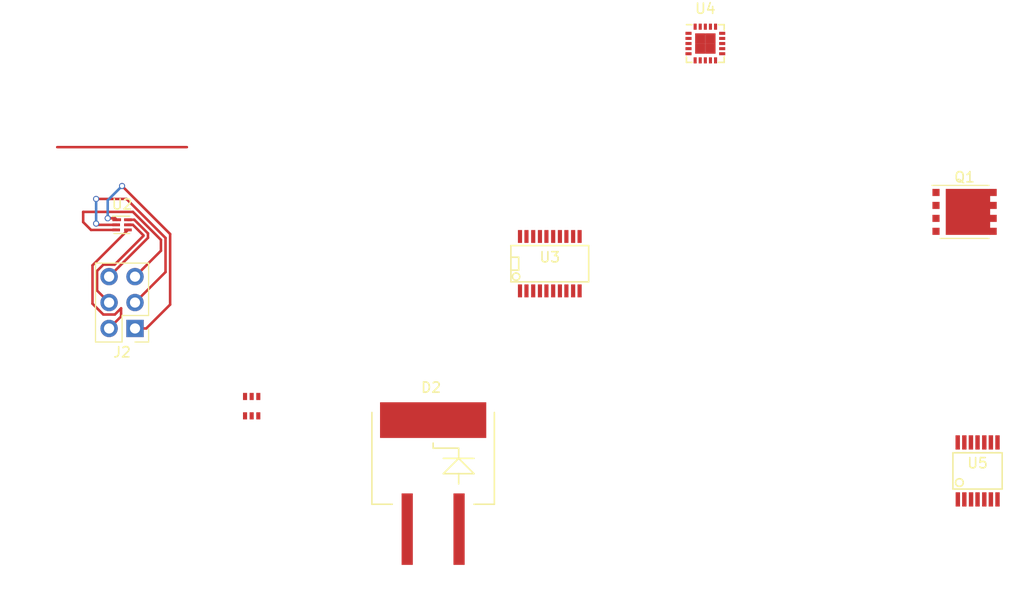
<source format=kicad_pcb>
(kicad_pcb (version 4) (host pcbnew 4.0.7)

  (general
    (links 15)
    (no_connects 10)
    (area 0 0 0 0)
    (thickness 1.6)
    (drawings 0)
    (tracks 47)
    (zones 0)
    (modules 8)
    (nets 74)
  )

  (page A4)
  (layers
    (0 F.Cu signal)
    (31 B.Cu signal)
    (32 B.Adhes user)
    (33 F.Adhes user)
    (34 B.Paste user)
    (35 F.Paste user)
    (36 B.SilkS user)
    (37 F.SilkS user)
    (38 B.Mask user)
    (39 F.Mask user)
    (40 Dwgs.User user)
    (41 Cmts.User user)
    (42 Eco1.User user)
    (43 Eco2.User user)
    (44 Edge.Cuts user)
    (45 Margin user)
    (46 B.CrtYd user)
    (47 F.CrtYd user)
    (48 B.Fab user)
    (49 F.Fab user)
  )

  (setup
    (last_trace_width 0.25)
    (trace_clearance 0.2)
    (zone_clearance 0.508)
    (zone_45_only no)
    (trace_min 0.2)
    (segment_width 0.2)
    (edge_width 0.15)
    (via_size 0.6)
    (via_drill 0.4)
    (via_min_size 0.4)
    (via_min_drill 0.3)
    (uvia_size 0.3)
    (uvia_drill 0.1)
    (uvias_allowed no)
    (uvia_min_size 0.2)
    (uvia_min_drill 0.1)
    (pcb_text_width 0.3)
    (pcb_text_size 1.5 1.5)
    (mod_edge_width 0.15)
    (mod_text_size 1 1)
    (mod_text_width 0.15)
    (pad_size 1.7 1.7)
    (pad_drill 1)
    (pad_to_mask_clearance 0.2)
    (aux_axis_origin 0 0)
    (visible_elements FFFFFF7F)
    (pcbplotparams
      (layerselection 0x00030_80000001)
      (usegerberextensions false)
      (excludeedgelayer true)
      (linewidth 0.100000)
      (plotframeref false)
      (viasonmask false)
      (mode 1)
      (useauxorigin false)
      (hpglpennumber 1)
      (hpglpenspeed 20)
      (hpglpendiameter 15)
      (hpglpenoverlay 2)
      (psnegative false)
      (psa4output false)
      (plotreference true)
      (plotvalue true)
      (plotinvisibletext false)
      (padsonsilk false)
      (subtractmaskfromsilk false)
      (outputformat 1)
      (mirror false)
      (drillshape 1)
      (scaleselection 1)
      (outputdirectory ""))
  )

  (net 0 "")
  (net 1 "Net-(D2-Pad2)")
  (net 2 "Net-(D2-Pad1)")
  (net 3 "Net-(D2-Pad3)")
  (net 4 "Net-(Q1-Pad3)")
  (net 5 "Net-(Q1-Pad1)")
  (net 6 "Net-(Q1-Pad2)")
  (net 7 "Net-(U1-Pad1)")
  (net 8 "Net-(U1-Pad2)")
  (net 9 "Net-(U1-Pad3)")
  (net 10 "Net-(U1-Pad4)")
  (net 11 "Net-(U1-Pad6)")
  (net 12 "Net-(U1-Pad5)")
  (net 13 "Net-(U3-Pad1)")
  (net 14 "Net-(U3-Pad2)")
  (net 15 "Net-(U3-Pad3)")
  (net 16 "Net-(U3-Pad4)")
  (net 17 "Net-(U3-Pad5)")
  (net 18 "Net-(U3-Pad6)")
  (net 19 "Net-(U3-Pad7)")
  (net 20 "Net-(U3-Pad8)")
  (net 21 "Net-(U3-Pad9)")
  (net 22 "Net-(U3-Pad10)")
  (net 23 "Net-(U3-Pad11)")
  (net 24 "Net-(U3-Pad12)")
  (net 25 "Net-(U3-Pad13)")
  (net 26 "Net-(U3-Pad14)")
  (net 27 "Net-(U3-Pad15)")
  (net 28 "Net-(U3-Pad16)")
  (net 29 "Net-(U3-Pad17)")
  (net 30 "Net-(U3-Pad18)")
  (net 31 "Net-(U3-Pad19)")
  (net 32 "Net-(U3-Pad20)")
  (net 33 "Net-(U4-Pad1)")
  (net 34 "Net-(U4-Pad2)")
  (net 35 "Net-(U4-Pad3)")
  (net 36 "Net-(U4-Pad4)")
  (net 37 "Net-(U4-Pad5)")
  (net 38 "Net-(U4-Pad6)")
  (net 39 "Net-(U4-Pad7)")
  (net 40 "Net-(U4-Pad8)")
  (net 41 "Net-(U4-Pad9)")
  (net 42 "Net-(U4-Pad10)")
  (net 43 "Net-(U4-Pad11)")
  (net 44 "Net-(U4-Pad12)")
  (net 45 "Net-(U4-Pad13)")
  (net 46 "Net-(U4-Pad14)")
  (net 47 "Net-(U4-Pad15)")
  (net 48 "Net-(U4-Pad16)")
  (net 49 "Net-(U4-Pad17)")
  (net 50 "Net-(U4-Pad18)")
  (net 51 "Net-(U4-Pad19)")
  (net 52 "Net-(U4-Pad20)")
  (net 53 "Net-(U4-Pad21)")
  (net 54 "Net-(U5-Pad1)")
  (net 55 "Net-(U5-Pad2)")
  (net 56 "Net-(U5-Pad3)")
  (net 57 "Net-(U5-Pad4)")
  (net 58 "Net-(U5-Pad5)")
  (net 59 "Net-(U5-Pad6)")
  (net 60 "Net-(U5-Pad7)")
  (net 61 "Net-(U5-Pad8)")
  (net 62 "Net-(U5-Pad9)")
  (net 63 "Net-(U5-Pad10)")
  (net 64 "Net-(U5-Pad11)")
  (net 65 "Net-(U5-Pad12)")
  (net 66 "Net-(U5-Pad13)")
  (net 67 "Net-(U5-Pad14)")
  (net 68 "Net-(J2-Pad1)")
  (net 69 "Net-(J2-Pad2)")
  (net 70 "Net-(J2-Pad3)")
  (net 71 "Net-(J2-Pad4)")
  (net 72 "Net-(J2-Pad5)")
  (net 73 "Net-(J2-Pad6)")

  (net_class Default "This is the default net class."
    (clearance 0.2)
    (trace_width 0.25)
    (via_dia 0.6)
    (via_drill 0.4)
    (uvia_dia 0.3)
    (uvia_drill 0.1)
    (add_net "Net-(D2-Pad1)")
    (add_net "Net-(D2-Pad2)")
    (add_net "Net-(D2-Pad3)")
    (add_net "Net-(J2-Pad1)")
    (add_net "Net-(J2-Pad2)")
    (add_net "Net-(J2-Pad3)")
    (add_net "Net-(J2-Pad4)")
    (add_net "Net-(J2-Pad5)")
    (add_net "Net-(J2-Pad6)")
    (add_net "Net-(Q1-Pad1)")
    (add_net "Net-(Q1-Pad2)")
    (add_net "Net-(Q1-Pad3)")
    (add_net "Net-(U1-Pad1)")
    (add_net "Net-(U1-Pad2)")
    (add_net "Net-(U1-Pad3)")
    (add_net "Net-(U1-Pad4)")
    (add_net "Net-(U1-Pad5)")
    (add_net "Net-(U1-Pad6)")
    (add_net "Net-(U3-Pad1)")
    (add_net "Net-(U3-Pad10)")
    (add_net "Net-(U3-Pad11)")
    (add_net "Net-(U3-Pad12)")
    (add_net "Net-(U3-Pad13)")
    (add_net "Net-(U3-Pad14)")
    (add_net "Net-(U3-Pad15)")
    (add_net "Net-(U3-Pad16)")
    (add_net "Net-(U3-Pad17)")
    (add_net "Net-(U3-Pad18)")
    (add_net "Net-(U3-Pad19)")
    (add_net "Net-(U3-Pad2)")
    (add_net "Net-(U3-Pad20)")
    (add_net "Net-(U3-Pad3)")
    (add_net "Net-(U3-Pad4)")
    (add_net "Net-(U3-Pad5)")
    (add_net "Net-(U3-Pad6)")
    (add_net "Net-(U3-Pad7)")
    (add_net "Net-(U3-Pad8)")
    (add_net "Net-(U3-Pad9)")
    (add_net "Net-(U4-Pad1)")
    (add_net "Net-(U4-Pad10)")
    (add_net "Net-(U4-Pad11)")
    (add_net "Net-(U4-Pad12)")
    (add_net "Net-(U4-Pad13)")
    (add_net "Net-(U4-Pad14)")
    (add_net "Net-(U4-Pad15)")
    (add_net "Net-(U4-Pad16)")
    (add_net "Net-(U4-Pad17)")
    (add_net "Net-(U4-Pad18)")
    (add_net "Net-(U4-Pad19)")
    (add_net "Net-(U4-Pad2)")
    (add_net "Net-(U4-Pad20)")
    (add_net "Net-(U4-Pad21)")
    (add_net "Net-(U4-Pad3)")
    (add_net "Net-(U4-Pad4)")
    (add_net "Net-(U4-Pad5)")
    (add_net "Net-(U4-Pad6)")
    (add_net "Net-(U4-Pad7)")
    (add_net "Net-(U4-Pad8)")
    (add_net "Net-(U4-Pad9)")
    (add_net "Net-(U5-Pad1)")
    (add_net "Net-(U5-Pad10)")
    (add_net "Net-(U5-Pad11)")
    (add_net "Net-(U5-Pad12)")
    (add_net "Net-(U5-Pad13)")
    (add_net "Net-(U5-Pad14)")
    (add_net "Net-(U5-Pad2)")
    (add_net "Net-(U5-Pad3)")
    (add_net "Net-(U5-Pad4)")
    (add_net "Net-(U5-Pad5)")
    (add_net "Net-(U5-Pad6)")
    (add_net "Net-(U5-Pad7)")
    (add_net "Net-(U5-Pad8)")
    (add_net "Net-(U5-Pad9)")
  )

  (module Pin_Headers:Pin_Header_Straight_2x03_Pitch2.54mm (layer F.Cu) (tedit 5A638C91) (tstamp 5A638C60)
    (at 31.75 54.61 180)
    (descr "Through hole straight pin header, 2x03, 2.54mm pitch, double rows")
    (tags "Through hole pin header THT 2x03 2.54mm double row")
    (path /5A638C97)
    (fp_text reference J2 (at 1.27 -2.33 180) (layer F.SilkS)
      (effects (font (size 1 1) (thickness 0.15)))
    )
    (fp_text value Conn_02x03_Counter_Clockwise (at 1.27 7.41 180) (layer F.Fab)
      (effects (font (size 1 1) (thickness 0.15)))
    )
    (fp_line (start 0 -1.27) (end 3.81 -1.27) (layer F.Fab) (width 0.1))
    (fp_line (start 3.81 -1.27) (end 3.81 6.35) (layer F.Fab) (width 0.1))
    (fp_line (start 3.81 6.35) (end -1.27 6.35) (layer F.Fab) (width 0.1))
    (fp_line (start -1.27 6.35) (end -1.27 0) (layer F.Fab) (width 0.1))
    (fp_line (start -1.27 0) (end 0 -1.27) (layer F.Fab) (width 0.1))
    (fp_line (start -1.33 6.41) (end 3.87 6.41) (layer F.SilkS) (width 0.12))
    (fp_line (start -1.33 1.27) (end -1.33 6.41) (layer F.SilkS) (width 0.12))
    (fp_line (start 3.87 -1.33) (end 3.87 6.41) (layer F.SilkS) (width 0.12))
    (fp_line (start -1.33 1.27) (end 1.27 1.27) (layer F.SilkS) (width 0.12))
    (fp_line (start 1.27 1.27) (end 1.27 -1.33) (layer F.SilkS) (width 0.12))
    (fp_line (start 1.27 -1.33) (end 3.87 -1.33) (layer F.SilkS) (width 0.12))
    (fp_line (start -1.33 0) (end -1.33 -1.33) (layer F.SilkS) (width 0.12))
    (fp_line (start -1.33 -1.33) (end 0 -1.33) (layer F.SilkS) (width 0.12))
    (fp_line (start -1.8 -1.8) (end -1.8 6.85) (layer F.CrtYd) (width 0.05))
    (fp_line (start -1.8 6.85) (end 4.35 6.85) (layer F.CrtYd) (width 0.05))
    (fp_line (start 4.35 6.85) (end 4.35 -1.8) (layer F.CrtYd) (width 0.05))
    (fp_line (start 4.35 -1.8) (end -1.8 -1.8) (layer F.CrtYd) (width 0.05))
    (fp_text user %R (at 1.27 2.54 270) (layer F.Fab)
      (effects (font (size 1 1) (thickness 0.15)))
    )
    (pad 1 thru_hole rect (at 0 0 180) (size 1.7 1.7) (drill 1) (layers *.Cu *.Mask)
      (net 68 "Net-(J2-Pad1)"))
    (pad 4 thru_hole oval (at 2.54 0 180) (size 1.7 1.7) (drill 1) (layers *.Cu *.Mask)
      (net 71 "Net-(J2-Pad4)"))
    (pad 2 thru_hole oval (at 0 2.54 180) (size 1.7 1.7) (drill 1) (layers *.Cu *.Mask)
      (net 69 "Net-(J2-Pad2)"))
    (pad 5 thru_hole oval (at 2.54 2.54 180) (size 1.7 1.7) (drill 1) (layers *.Cu *.Mask)
      (net 72 "Net-(J2-Pad5)"))
    (pad 3 thru_hole oval (at 0 5.08 180) (size 1.7 1.7) (drill 1) (layers *.Cu *.Mask)
      (net 70 "Net-(J2-Pad3)"))
    (pad 6 thru_hole oval (at 2.54 5.08 180) (size 1.7 1.7) (drill 1) (layers *.Cu *.Mask)
      (net 73 "Net-(J2-Pad6)"))
    (model ${KISYS3DMOD}/Pin_Headers.3dshapes/Pin_Header_Straight_2x03_Pitch2.54mm.wrl
      (at (xyz 0 0 0))
      (scale (xyz 1 1 1))
      (rotate (xyz 0 0 0))
    )
  )

  (module Diodes_SMD:DD-PAK_TO263_SingleDiode (layer F.Cu) (tedit 0) (tstamp 5A637C83)
    (at 60.96 69.85)
    (descr "DD-PAK, TO263, Single Diode,")
    (tags "DD-PAK TO263 Single Diode ")
    (path /5A629DEF)
    (attr smd)
    (fp_text reference D2 (at -0.20066 -9.4488) (layer F.SilkS)
      (effects (font (size 1 1) (thickness 0.15)))
    )
    (fp_text value SM74611 (at 0.50038 9.75106) (layer F.Fab)
      (effects (font (size 1 1) (thickness 0.15)))
    )
    (fp_line (start -6.25 -8.25) (end 6.25 -8.25) (layer F.CrtYd) (width 0.05))
    (fp_line (start 6.25 -8.25) (end 6.25 8.2) (layer F.CrtYd) (width 0.05))
    (fp_line (start 6.25 8.2) (end -6.25 8.2) (layer F.CrtYd) (width 0.05))
    (fp_line (start -6.25 8.2) (end -6.25 -8.25) (layer F.CrtYd) (width 0.05))
    (fp_line (start 2.49936 -1.00076) (end 2.49936 0) (layer F.SilkS) (width 0.15))
    (fp_line (start 2.49936 -2.49936) (end 2.49936 -3.50012) (layer F.SilkS) (width 0.15))
    (fp_line (start 2.49936 -3.50012) (end 0 -3.50012) (layer F.SilkS) (width 0.15))
    (fp_line (start 0 -3.50012) (end 0 -4.0005) (layer F.SilkS) (width 0.15))
    (fp_line (start 1.00076 -2.49936) (end 4.0005 -2.49936) (layer F.SilkS) (width 0.15))
    (fp_line (start 4.0005 -1.00076) (end 2.49936 -2.49936) (layer F.SilkS) (width 0.15))
    (fp_line (start 2.49936 -2.49936) (end 1.00076 -1.00076) (layer F.SilkS) (width 0.15))
    (fp_line (start 1.00076 -1.00076) (end 4.0005 -1.00076) (layer F.SilkS) (width 0.15))
    (fp_line (start 4.0005 1.99898) (end 5.99948 1.99898) (layer F.SilkS) (width 0.15))
    (fp_line (start 5.99948 1.99898) (end 5.99948 -7.00024) (layer F.SilkS) (width 0.15))
    (fp_line (start -5.99948 -7.00024) (end -5.99948 1.99898) (layer F.SilkS) (width 0.15))
    (fp_line (start -5.99948 1.99898) (end -4.0005 1.99898) (layer F.SilkS) (width 0.15))
    (pad 2 smd rect (at 0 -6.25094) (size 10.40892 3.50012) (layers F.Cu F.Paste F.Mask)
      (net 1 "Net-(D2-Pad2)"))
    (pad 1 smd rect (at -2.54 4.43992) (size 1.09982 7.0104) (layers F.Cu F.Paste F.Mask)
      (net 2 "Net-(D2-Pad1)"))
    (pad 3 smd rect (at 2.54 4.43992) (size 1.09982 7.0104) (layers F.Cu F.Paste F.Mask)
      (net 3 "Net-(D2-Pad3)"))
    (pad ~ smd oval (at 0 -1.50114) (size 5.00126 1.99898) (layers F.Adhes))
    (model Diodes_SMD.3dshapes/DD-PAK_TO263_SingleDiode.wrl
      (at (xyz 0 0.075 0))
      (scale (xyz 0.3937 0.3937 0.3937))
      (rotate (xyz 0 0 0))
    )
  )

  (module Housings_SON:VSONP-8-1EP_5x6_Pitch1.27mm (layer F.Cu) (tedit 599B8271) (tstamp 5A637CA0)
    (at 113.03 43.18)
    (descr "SON, 8-Leads, Body 5x6x1mm, Pitch 1.27mm; (see Texas Instruments CSD18531Q5A http://www.ti.com/lit/ds/symlink/csd18531q5a.pdf)")
    (tags "VSONP 1.27")
    (path /5A629F5C)
    (attr smd)
    (fp_text reference Q1 (at 0 -3.4) (layer F.SilkS)
      (effects (font (size 1 1) (thickness 0.15)))
    )
    (fp_text value BSC026NE2LS5 (at 0 3.4) (layer F.Fab)
      (effects (font (size 1 1) (thickness 0.15)))
    )
    (fp_text user %R (at 0 0) (layer F.Fab)
      (effects (font (size 1 1) (thickness 0.15)))
    )
    (fp_line (start 3.4 -2.7) (end 3.4 2.7) (layer F.CrtYd) (width 0.05))
    (fp_line (start 3.4 2.7) (end -3.4 2.7) (layer F.CrtYd) (width 0.05))
    (fp_line (start -3.4 2.7) (end -3.4 -2.7) (layer F.CrtYd) (width 0.05))
    (fp_line (start -3.4 -2.7) (end 3.4 -2.7) (layer F.CrtYd) (width 0.05))
    (fp_line (start 2.4 2.6) (end -2.4 2.6) (layer F.SilkS) (width 0.12))
    (fp_line (start 2.4 -2.6) (end -3.2 -2.6) (layer F.SilkS) (width 0.12))
    (fp_line (start -2 -2.45) (end 3 -2.45) (layer F.Fab) (width 0.1))
    (fp_line (start -3 -1.45) (end -3 2.45) (layer F.Fab) (width 0.1))
    (fp_line (start -2 -2.45) (end -3 -1.45) (layer F.Fab) (width 0.1))
    (fp_line (start 3 -2.45) (end 3 2.45) (layer F.Fab) (width 0.1))
    (fp_line (start 3 2.45) (end -3 2.45) (layer F.Fab) (width 0.1))
    (pad "" smd rect (at -0.7975 -1.095) (size 1.235 1.57) (layers F.Paste))
    (pad "" smd rect (at -0.7975 1.095) (size 1.235 1.57) (layers F.Paste))
    (pad "" smd rect (at 1.1125 -1.095) (size 1.585 1.57) (layers F.Paste))
    (pad "" smd rect (at 1.1125 1.095) (size 1.585 1.57) (layers F.Paste))
    (pad 3 smd rect (at 0.33 0) (size 4.35 4.51) (layers F.Cu F.Mask)
      (net 4 "Net-(Q1-Pad3)") (solder_paste_margin_ratio -0.5))
    (pad 1 smd rect (at -2.8 0.635) (size 0.7 0.7) (layers F.Cu F.Paste F.Mask)
      (net 5 "Net-(Q1-Pad1)") (solder_paste_margin_ratio -0.15))
    (pad 1 smd rect (at -2.8 -0.635) (size 0.7 0.7) (layers F.Cu F.Paste F.Mask)
      (net 5 "Net-(Q1-Pad1)") (solder_paste_margin_ratio -0.15))
    (pad 1 smd rect (at -2.8 -1.905) (size 0.7 0.7) (layers F.Cu F.Paste F.Mask)
      (net 5 "Net-(Q1-Pad1)") (solder_paste_margin_ratio -0.15))
    (pad 2 smd rect (at -2.8 1.905) (size 0.7 0.7) (layers F.Cu F.Paste F.Mask)
      (net 6 "Net-(Q1-Pad2)") (solder_paste_margin_ratio -0.15))
    (pad 3 smd rect (at 2.8 1.905) (size 0.7 0.7) (layers F.Cu F.Paste F.Mask)
      (net 4 "Net-(Q1-Pad3)") (solder_paste_margin_ratio -0.15))
    (pad 3 smd rect (at 2.8 -1.905) (size 0.7 0.7) (layers F.Cu F.Paste F.Mask)
      (net 4 "Net-(Q1-Pad3)") (solder_paste_margin_ratio -0.15))
    (pad 3 smd rect (at 2.8 -0.635) (size 0.7 0.7) (layers F.Cu F.Paste F.Mask)
      (net 4 "Net-(Q1-Pad3)") (solder_paste_margin_ratio -0.15))
    (pad 3 smd rect (at 2.8 0.635) (size 0.7 0.7) (layers F.Cu F.Paste F.Mask)
      (net 4 "Net-(Q1-Pad3)") (solder_paste_margin_ratio -0.15))
    (model ${KISYS3DMOD}/Housings_SON.3dshapes/VSONP-8-1EP_5x6_Pitch1.27mm.wrl
      (at (xyz 0 0 0))
      (scale (xyz 1 1 1))
      (rotate (xyz 0 0 0))
    )
  )

  (module kicad-libraries:SC70-6 (layer F.Cu) (tedit 591DB25A) (tstamp 5A637CAF)
    (at 43.18 62.23)
    (path /5A629C77)
    (fp_text reference U1 (at 0.3 0.2) (layer F.Fab)
      (effects (font (size 0.3 0.3) (thickness 0.075)))
    )
    (fp_text value INA214 (at 0 -0.3) (layer F.Fab)
      (effects (font (size 0.3 0.3) (thickness 0.075)))
    )
    (fp_circle (center -0.7 0.2) (end -0.7 0.3) (layer F.Fab) (width 0.15))
    (fp_line (start -1 -0.6) (end 1 -0.6) (layer F.Fab) (width 0.15))
    (fp_line (start 1 -0.6) (end 1 0.6) (layer F.Fab) (width 0.15))
    (fp_line (start 1 0.6) (end -1 0.6) (layer F.Fab) (width 0.15))
    (fp_line (start -1 0.6) (end -1 -0.6) (layer F.Fab) (width 0.15))
    (pad 1 smd rect (at -0.65 0.95) (size 0.4 0.7) (layers F.Cu F.Paste F.Mask)
      (net 7 "Net-(U1-Pad1)"))
    (pad 2 smd rect (at 0 0.95) (size 0.4 0.7) (layers F.Cu F.Paste F.Mask)
      (net 8 "Net-(U1-Pad2)"))
    (pad 3 smd rect (at 0.65 0.95) (size 0.4 0.7) (layers F.Cu F.Paste F.Mask)
      (net 9 "Net-(U1-Pad3)"))
    (pad 4 smd rect (at 0.65 -0.95) (size 0.4 0.7) (layers F.Cu F.Paste F.Mask)
      (net 10 "Net-(U1-Pad4)"))
    (pad 6 smd rect (at -0.65 -0.95) (size 0.4 0.7) (layers F.Cu F.Paste F.Mask)
      (net 11 "Net-(U1-Pad6)"))
    (pad 5 smd rect (at 0 -0.95) (size 0.4 0.7) (layers F.Cu F.Paste F.Mask)
      (net 12 "Net-(U1-Pad5)"))
    (model Housings_SC/SC-70-6.wrl
      (at (xyz 0 0 0))
      (scale (xyz 1 1 1))
      (rotate (xyz 0 0 0))
    )
  )

  (module Housings_SON:WSON6_1.5x1.5mm_Pitch0.5mm (layer F.Cu) (tedit 59381028) (tstamp 5A637CC5)
    (at 30.48 44.45)
    (descr "WSON6, http://www.ti.com/lit/ds/symlink/tlv702.pdf")
    (tags WSON6_1.5x1.5mm_Pitch0.5mm)
    (path /5A629FB6)
    (attr smd)
    (fp_text reference U2 (at 0 -2) (layer F.SilkS)
      (effects (font (size 1 1) (thickness 0.15)))
    )
    (fp_text value bq297xx (at 0 2) (layer F.Fab)
      (effects (font (size 1 1) (thickness 0.15)))
    )
    (fp_text user %R (at 0.005 0) (layer F.Fab)
      (effects (font (size 0.4 0.4) (thickness 0.05)))
    )
    (fp_line (start -0.945 -0.85) (end 0.755 -0.85) (layer F.SilkS) (width 0.12))
    (fp_line (start -0.795 0.85) (end 0.755 0.85) (layer F.SilkS) (width 0.12))
    (fp_line (start -0.495 -0.78) (end -0.775 -0.5) (layer F.Fab) (width 0.1))
    (fp_line (start 0.785 -0.78) (end -0.495 -0.78) (layer F.Fab) (width 0.1))
    (fp_line (start -0.775 -0.5) (end -0.775 0.78) (layer F.Fab) (width 0.1))
    (fp_line (start -0.775 0.78) (end 0.785 0.78) (layer F.Fab) (width 0.1))
    (fp_line (start 0.785 -0.78) (end 0.785 0.78) (layer F.Fab) (width 0.1))
    (fp_line (start 1.2 -1.02) (end 1.2 1.02) (layer F.CrtYd) (width 0.05))
    (fp_line (start 1.2 -1.02) (end -1.2 -1.02) (layer F.CrtYd) (width 0.05))
    (fp_line (start -1.2 1.02) (end 1.2 1.02) (layer F.CrtYd) (width 0.05))
    (fp_line (start -1.2 1.02) (end -1.2 -1.02) (layer F.CrtYd) (width 0.05))
    (pad 1 smd rect (at -0.525 -0.5 270) (size 0.28 0.85) (layers F.Cu F.Paste F.Mask)
      (net 68 "Net-(J2-Pad1)"))
    (pad 2 smd rect (at -0.575 0 270) (size 0.28 0.75) (layers F.Cu F.Paste F.Mask)
      (net 69 "Net-(J2-Pad2)"))
    (pad 3 smd rect (at -0.575 0.5 270) (size 0.28 0.75) (layers F.Cu F.Paste F.Mask)
      (net 70 "Net-(J2-Pad3)"))
    (pad 4 smd rect (at 0.575 0.5 270) (size 0.28 0.75) (layers F.Cu F.Paste F.Mask)
      (net 71 "Net-(J2-Pad4)"))
    (pad 5 smd rect (at 0.575 0 270) (size 0.28 0.75) (layers F.Cu F.Paste F.Mask)
      (net 72 "Net-(J2-Pad5)"))
    (pad 6 smd rect (at 0.575 -0.5 270) (size 0.28 0.75) (layers F.Cu F.Paste F.Mask)
      (net 73 "Net-(J2-Pad6)"))
    (model ${KISYS3DMOD}/Housings_SON.3dshapes/WSON6_1.5x1.5mm_Pitch0.5mm.wrl
      (at (xyz 0.0001968504 0 0))
      (scale (xyz 1 1 1))
      (rotate (xyz 0 0 0))
    )
  )

  (module SMD_Packages:SSOP-20 (layer F.Cu) (tedit 0) (tstamp 5A637CE5)
    (at 72.39 48.26)
    (descr "SSOP 20 pins")
    (tags "CMS SSOP SMD")
    (path /5A62A020)
    (attr smd)
    (fp_text reference U3 (at 0 -0.635) (layer F.SilkS)
      (effects (font (size 1 1) (thickness 0.15)))
    )
    (fp_text value LM21215 (at 0 0.635) (layer F.Fab)
      (effects (font (size 1 1) (thickness 0.15)))
    )
    (fp_line (start 3.81 -1.778) (end -3.81 -1.778) (layer F.SilkS) (width 0.15))
    (fp_line (start -3.81 1.778) (end 3.81 1.778) (layer F.SilkS) (width 0.15))
    (fp_line (start 3.81 -1.778) (end 3.81 1.778) (layer F.SilkS) (width 0.15))
    (fp_line (start -3.81 1.778) (end -3.81 -1.778) (layer F.SilkS) (width 0.15))
    (fp_circle (center -3.302 1.27) (end -3.556 1.016) (layer F.SilkS) (width 0.15))
    (fp_line (start -3.81 -0.635) (end -3.048 -0.635) (layer F.SilkS) (width 0.15))
    (fp_line (start -3.048 -0.635) (end -3.048 0.635) (layer F.SilkS) (width 0.15))
    (fp_line (start -3.048 0.635) (end -3.81 0.635) (layer F.SilkS) (width 0.15))
    (pad 1 smd rect (at -2.921 2.667) (size 0.4064 1.27) (layers F.Cu F.Paste F.Mask)
      (net 13 "Net-(U3-Pad1)"))
    (pad 2 smd rect (at -2.286 2.667) (size 0.4064 1.27) (layers F.Cu F.Paste F.Mask)
      (net 14 "Net-(U3-Pad2)"))
    (pad 3 smd rect (at -1.6256 2.667) (size 0.4064 1.27) (layers F.Cu F.Paste F.Mask)
      (net 15 "Net-(U3-Pad3)"))
    (pad 4 smd rect (at -0.9652 2.667) (size 0.4064 1.27) (layers F.Cu F.Paste F.Mask)
      (net 16 "Net-(U3-Pad4)"))
    (pad 5 smd rect (at -0.3302 2.667) (size 0.4064 1.27) (layers F.Cu F.Paste F.Mask)
      (net 17 "Net-(U3-Pad5)"))
    (pad 6 smd rect (at 0.3302 2.667) (size 0.4064 1.27) (layers F.Cu F.Paste F.Mask)
      (net 18 "Net-(U3-Pad6)"))
    (pad 7 smd rect (at 0.9906 2.667) (size 0.4064 1.27) (layers F.Cu F.Paste F.Mask)
      (net 19 "Net-(U3-Pad7)"))
    (pad 8 smd rect (at 1.6256 2.667) (size 0.4064 1.27) (layers F.Cu F.Paste F.Mask)
      (net 20 "Net-(U3-Pad8)"))
    (pad 9 smd rect (at 2.286 2.667) (size 0.4064 1.27) (layers F.Cu F.Paste F.Mask)
      (net 21 "Net-(U3-Pad9)"))
    (pad 10 smd rect (at 2.921 2.667) (size 0.4064 1.27) (layers F.Cu F.Paste F.Mask)
      (net 22 "Net-(U3-Pad10)"))
    (pad 11 smd rect (at 2.921 -2.667) (size 0.4064 1.27) (layers F.Cu F.Paste F.Mask)
      (net 23 "Net-(U3-Pad11)"))
    (pad 12 smd rect (at 2.286 -2.667) (size 0.4064 1.27) (layers F.Cu F.Paste F.Mask)
      (net 24 "Net-(U3-Pad12)"))
    (pad 13 smd rect (at 1.6256 -2.667) (size 0.4064 1.27) (layers F.Cu F.Paste F.Mask)
      (net 25 "Net-(U3-Pad13)"))
    (pad 14 smd rect (at 0.9906 -2.667) (size 0.4064 1.27) (layers F.Cu F.Paste F.Mask)
      (net 26 "Net-(U3-Pad14)"))
    (pad 15 smd rect (at 0.3302 -2.667) (size 0.4064 1.27) (layers F.Cu F.Paste F.Mask)
      (net 27 "Net-(U3-Pad15)"))
    (pad 16 smd rect (at -0.3302 -2.667) (size 0.4064 1.27) (layers F.Cu F.Paste F.Mask)
      (net 28 "Net-(U3-Pad16)"))
    (pad 17 smd rect (at -0.9652 -2.667) (size 0.4064 1.27) (layers F.Cu F.Paste F.Mask)
      (net 29 "Net-(U3-Pad17)"))
    (pad 18 smd rect (at -1.6256 -2.667) (size 0.4064 1.27) (layers F.Cu F.Paste F.Mask)
      (net 30 "Net-(U3-Pad18)"))
    (pad 19 smd rect (at -2.286 -2.667) (size 0.4064 1.27) (layers F.Cu F.Paste F.Mask)
      (net 31 "Net-(U3-Pad19)"))
    (pad 20 smd rect (at -2.921 -2.667) (size 0.4064 1.27) (layers F.Cu F.Paste F.Mask)
      (net 32 "Net-(U3-Pad20)"))
    (model SMD_Packages.3dshapes/SSOP-20.wrl
      (at (xyz 0 0 0))
      (scale (xyz 0.255 0.33 0.3))
      (rotate (xyz 0 0 0))
    )
  )

  (module Housings_DFN_QFN:Texas_VQFN-RGR-20 (layer F.Cu) (tedit 592576FB) (tstamp 5A637D12)
    (at 87.63 26.67)
    (descr http://www.ti.com/general/docs/lit/getliterature.tsp?baseLiteratureNumber=MPQF239&fileType=pdf)
    (tags "QFN 0.5 VQFN")
    (path /5A629F1B)
    (attr smd)
    (fp_text reference U4 (at 0 -3.42) (layer F.SilkS)
      (effects (font (size 1 1) (thickness 0.15)))
    )
    (fp_text value TPS61088 (at 0 3.38) (layer F.Fab)
      (effects (font (size 1 1) (thickness 0.15)))
    )
    (fp_text user %R (at 0 0) (layer F.Fab)
      (effects (font (size 1 1) (thickness 0.15)))
    )
    (fp_line (start -1 -1.75) (end 1.75 -1.75) (layer F.Fab) (width 0.1))
    (fp_line (start 1.75 -1.75) (end 1.75 1.75) (layer F.Fab) (width 0.1))
    (fp_line (start 1.75 1.75) (end -1.75 1.75) (layer F.Fab) (width 0.1))
    (fp_line (start -1.75 1.75) (end -1.75 -1) (layer F.Fab) (width 0.1))
    (fp_line (start -1.75 -1) (end -1 -1.75) (layer F.Fab) (width 0.1))
    (fp_line (start -2.2 -2.2) (end -2.2 2.2) (layer F.CrtYd) (width 0.05))
    (fp_line (start 2.2 -2.2) (end 2.2 2.2) (layer F.CrtYd) (width 0.05))
    (fp_line (start -2.2 -2.2) (end 2.2 -2.2) (layer F.CrtYd) (width 0.05))
    (fp_line (start -2.2 2.2) (end 2.2 2.2) (layer F.CrtYd) (width 0.05))
    (fp_line (start 1.85 -1.85) (end 1.85 -1.3) (layer F.SilkS) (width 0.15))
    (fp_line (start -1.85 1.85) (end -1.85 1.3) (layer F.SilkS) (width 0.15))
    (fp_line (start 1.85 1.85) (end 1.85 1.3) (layer F.SilkS) (width 0.15))
    (fp_line (start -1.85 -1.85) (end -1.3 -1.85) (layer F.SilkS) (width 0.15))
    (fp_line (start -1.85 1.85) (end -1.3 1.85) (layer F.SilkS) (width 0.15))
    (fp_line (start 1.85 1.85) (end 1.3 1.85) (layer F.SilkS) (width 0.15))
    (fp_line (start 1.85 -1.85) (end 1.3 -1.85) (layer F.SilkS) (width 0.15))
    (pad 1 smd rect (at -1.65 -1) (size 0.6 0.3) (layers F.Cu F.Paste F.Mask)
      (net 33 "Net-(U4-Pad1)"))
    (pad 2 smd rect (at -1.65 -0.5) (size 0.6 0.3) (layers F.Cu F.Paste F.Mask)
      (net 34 "Net-(U4-Pad2)"))
    (pad 3 smd rect (at -1.65 0) (size 0.6 0.3) (layers F.Cu F.Paste F.Mask)
      (net 35 "Net-(U4-Pad3)"))
    (pad 4 smd rect (at -1.65 0.5) (size 0.6 0.3) (layers F.Cu F.Paste F.Mask)
      (net 36 "Net-(U4-Pad4)"))
    (pad 5 smd rect (at -1.65 1) (size 0.6 0.3) (layers F.Cu F.Paste F.Mask)
      (net 37 "Net-(U4-Pad5)"))
    (pad 6 smd rect (at -1 1.65 90) (size 0.6 0.3) (layers F.Cu F.Paste F.Mask)
      (net 38 "Net-(U4-Pad6)"))
    (pad 7 smd rect (at -0.5 1.65 90) (size 0.6 0.3) (layers F.Cu F.Paste F.Mask)
      (net 39 "Net-(U4-Pad7)"))
    (pad 8 smd rect (at 0 1.65 90) (size 0.6 0.3) (layers F.Cu F.Paste F.Mask)
      (net 40 "Net-(U4-Pad8)"))
    (pad 9 smd rect (at 0.5 1.65 90) (size 0.6 0.3) (layers F.Cu F.Paste F.Mask)
      (net 41 "Net-(U4-Pad9)"))
    (pad 10 smd rect (at 1 1.65 90) (size 0.6 0.3) (layers F.Cu F.Paste F.Mask)
      (net 42 "Net-(U4-Pad10)"))
    (pad 11 smd rect (at 1.65 1) (size 0.6 0.3) (layers F.Cu F.Paste F.Mask)
      (net 43 "Net-(U4-Pad11)"))
    (pad 12 smd rect (at 1.65 0.5) (size 0.6 0.3) (layers F.Cu F.Paste F.Mask)
      (net 44 "Net-(U4-Pad12)"))
    (pad 13 smd rect (at 1.65 0) (size 0.6 0.3) (layers F.Cu F.Paste F.Mask)
      (net 45 "Net-(U4-Pad13)"))
    (pad 14 smd rect (at 1.65 -0.5) (size 0.6 0.3) (layers F.Cu F.Paste F.Mask)
      (net 46 "Net-(U4-Pad14)"))
    (pad 15 smd rect (at 1.65 -1) (size 0.6 0.3) (layers F.Cu F.Paste F.Mask)
      (net 47 "Net-(U4-Pad15)"))
    (pad 16 smd rect (at 1 -1.65 90) (size 0.6 0.3) (layers F.Cu F.Paste F.Mask)
      (net 48 "Net-(U4-Pad16)"))
    (pad 17 smd rect (at 0.5 -1.65 90) (size 0.6 0.3) (layers F.Cu F.Paste F.Mask)
      (net 49 "Net-(U4-Pad17)"))
    (pad 18 smd rect (at 0 -1.65 90) (size 0.6 0.3) (layers F.Cu F.Paste F.Mask)
      (net 50 "Net-(U4-Pad18)"))
    (pad 19 smd rect (at -0.5 -1.65 90) (size 0.6 0.3) (layers F.Cu F.Paste F.Mask)
      (net 51 "Net-(U4-Pad19)"))
    (pad 20 smd rect (at -1 -1.65 90) (size 0.6 0.3) (layers F.Cu F.Paste F.Mask)
      (net 52 "Net-(U4-Pad20)"))
    (pad 21 smd rect (at 0.5 0.5) (size 1 1) (layers F.Cu F.Paste F.Mask)
      (net 53 "Net-(U4-Pad21)") (solder_paste_margin_ratio -0.2))
    (pad 21 smd rect (at 0.5 -0.5) (size 1 1) (layers F.Cu F.Paste F.Mask)
      (net 53 "Net-(U4-Pad21)") (solder_paste_margin_ratio -0.2))
    (pad 21 smd rect (at -0.5 0.5) (size 1 1) (layers F.Cu F.Paste F.Mask)
      (net 53 "Net-(U4-Pad21)") (solder_paste_margin_ratio -0.2))
    (pad 21 smd rect (at -0.5 -0.5) (size 1 1) (layers F.Cu F.Paste F.Mask)
      (net 53 "Net-(U4-Pad21)") (solder_paste_margin_ratio -0.2))
    (model ${KISYS3DMOD}/Housings_DFN_QFN.3dshapes/Texas_VQFN-RGR-20-1EP_3.5x3.5mm_Pitch0.5mm.wrl
      (at (xyz 0 0 0))
      (scale (xyz 1 1 1))
      (rotate (xyz 0 0 0))
    )
  )

  (module SMD_Packages:SSOP-14 (layer F.Cu) (tedit 0) (tstamp 5A637D29)
    (at 114.3 68.58)
    (path /5A62A087)
    (attr smd)
    (fp_text reference U5 (at 0 -0.762) (layer F.SilkS)
      (effects (font (size 1 1) (thickness 0.15)))
    )
    (fp_text value ADA4891-4 (at 0 0.508) (layer F.Fab)
      (effects (font (size 1 1) (thickness 0.15)))
    )
    (fp_line (start -2.413 -1.778) (end 2.413 -1.778) (layer F.SilkS) (width 0.15))
    (fp_line (start 2.413 -1.778) (end 2.413 1.778) (layer F.SilkS) (width 0.15))
    (fp_line (start 2.413 1.778) (end -2.413 1.778) (layer F.SilkS) (width 0.15))
    (fp_line (start -2.413 1.778) (end -2.413 -1.778) (layer F.SilkS) (width 0.15))
    (fp_circle (center -1.778 1.143) (end -2.159 1.143) (layer F.SilkS) (width 0.15))
    (pad 1 smd rect (at -1.9304 2.794) (size 0.4318 1.397) (layers F.Cu F.Paste F.Mask)
      (net 54 "Net-(U5-Pad1)"))
    (pad 2 smd rect (at -1.2954 2.794) (size 0.4318 1.397) (layers F.Cu F.Paste F.Mask)
      (net 55 "Net-(U5-Pad2)"))
    (pad 3 smd rect (at -0.635 2.794) (size 0.4318 1.397) (layers F.Cu F.Paste F.Mask)
      (net 56 "Net-(U5-Pad3)"))
    (pad 4 smd rect (at 0 2.794) (size 0.4318 1.397) (layers F.Cu F.Paste F.Mask)
      (net 57 "Net-(U5-Pad4)"))
    (pad 5 smd rect (at 0.6604 2.794) (size 0.4318 1.397) (layers F.Cu F.Paste F.Mask)
      (net 58 "Net-(U5-Pad5)"))
    (pad 6 smd rect (at 1.3081 2.794) (size 0.4318 1.397) (layers F.Cu F.Paste F.Mask)
      (net 59 "Net-(U5-Pad6)"))
    (pad 7 smd rect (at 1.9558 2.794) (size 0.4318 1.397) (layers F.Cu F.Paste F.Mask)
      (net 60 "Net-(U5-Pad7)"))
    (pad 8 smd rect (at 1.9558 -2.794) (size 0.4318 1.397) (layers F.Cu F.Paste F.Mask)
      (net 61 "Net-(U5-Pad8)"))
    (pad 9 smd rect (at 1.3081 -2.794) (size 0.4318 1.397) (layers F.Cu F.Paste F.Mask)
      (net 62 "Net-(U5-Pad9)"))
    (pad 10 smd rect (at 0.6604 -2.794) (size 0.4318 1.397) (layers F.Cu F.Paste F.Mask)
      (net 63 "Net-(U5-Pad10)"))
    (pad 11 smd rect (at 0 -2.794) (size 0.4318 1.397) (layers F.Cu F.Paste F.Mask)
      (net 64 "Net-(U5-Pad11)"))
    (pad 12 smd rect (at -0.6477 -2.794) (size 0.4318 1.397) (layers F.Cu F.Paste F.Mask)
      (net 65 "Net-(U5-Pad12)"))
    (pad 13 smd rect (at -1.2954 -2.794) (size 0.4318 1.397) (layers F.Cu F.Paste F.Mask)
      (net 66 "Net-(U5-Pad13)"))
    (pad 14 smd rect (at -1.9431 -2.794) (size 0.4318 1.397) (layers F.Cu F.Paste F.Mask)
      (net 67 "Net-(U5-Pad14)"))
    (model SMD_Packages.3dshapes/SSOP-14.wrl
      (at (xyz 0 0 0))
      (scale (xyz 0.25 0.35 0.25))
      (rotate (xyz 0 0 0))
    )
  )

  (segment (start 29.075836 43.805) (end 29.81 43.805) (width 0.25) (layer F.Cu) (net 68))
  (segment (start 29.81 43.805) (end 29.955 43.95) (width 0.25) (layer F.Cu) (net 68))
  (segment (start 30.48 40.64) (end 29.075836 42.044164) (width 0.25) (layer B.Cu) (net 68))
  (segment (start 29.075836 42.044164) (end 29.075836 43.805) (width 0.25) (layer B.Cu) (net 68))
  (via (at 29.075836 43.805) (size 0.6) (drill 0.4) (layers F.Cu B.Cu) (net 68))
  (segment (start 31.75 54.61) (end 32.85 54.61) (width 0.25) (layer F.Cu) (net 68))
  (segment (start 32.85 54.61) (end 35.190018 52.269982) (width 0.25) (layer F.Cu) (net 68))
  (segment (start 35.190018 52.269982) (end 35.190018 45.350018) (width 0.25) (layer F.Cu) (net 68))
  (segment (start 35.190018 45.350018) (end 30.48 40.64) (width 0.25) (layer F.Cu) (net 68))
  (via (at 30.48 40.64) (size 0.6) (drill 0.4) (layers F.Cu B.Cu) (net 68))
  (segment (start 27.94 44.45) (end 27.94 44.325) (width 0.25) (layer F.Cu) (net 69))
  (via (at 27.94 44.325) (size 0.6) (drill 0.4) (layers F.Cu B.Cu) (net 69))
  (segment (start 29.905 44.45) (end 27.94 44.45) (width 0.25) (layer F.Cu) (net 69))
  (segment (start 27.94 41.91) (end 27.94 44.325) (width 0.25) (layer B.Cu) (net 69))
  (segment (start 27.94 44.45) (end 27.94 44.325) (width 0.25) (layer B.Cu) (net 69))
  (via (at 27.94 41.91) (size 0.6) (drill 0.4) (layers F.Cu B.Cu) (net 69))
  (segment (start 30.91282 41.91) (end 27.94 41.91) (width 0.25) (layer F.Cu) (net 69))
  (segment (start 31.75 52.07) (end 34.740009 49.079991) (width 0.25) (layer F.Cu) (net 69))
  (segment (start 34.740009 49.079991) (end 34.740009 45.737189) (width 0.25) (layer F.Cu) (net 69))
  (segment (start 34.740009 45.737189) (end 30.91282 41.91) (width 0.25) (layer F.Cu) (net 69))
  (segment (start 26.67 43.18) (end 26.67 44.18) (width 0.25) (layer F.Cu) (net 70))
  (segment (start 26.67 44.18) (end 27.44 44.95) (width 0.25) (layer F.Cu) (net 70))
  (segment (start 31.75 49.53) (end 34.29 46.99) (width 0.25) (layer F.Cu) (net 70))
  (segment (start 34.29 46.99) (end 34.29 45.92359) (width 0.25) (layer F.Cu) (net 70))
  (segment (start 34.29 45.92359) (end 31.54641 43.18) (width 0.25) (layer F.Cu) (net 70))
  (segment (start 31.54641 43.18) (end 26.67 43.18) (width 0.25) (layer F.Cu) (net 70))
  (segment (start 27.44 44.95) (end 29.905 44.95) (width 0.25) (layer F.Cu) (net 70))
  (segment (start 29.21 54.61) (end 30.385001 53.434999) (width 0.25) (layer F.Cu) (net 71))
  (segment (start 30.385001 53.434999) (end 30.385001 52.634001) (width 0.25) (layer F.Cu) (net 71))
  (segment (start 30.385001 52.634001) (end 29.774001 53.245001) (width 0.25) (layer F.Cu) (net 71))
  (segment (start 29.774001 53.245001) (end 28.645999 53.245001) (width 0.25) (layer F.Cu) (net 71))
  (segment (start 28.645999 53.245001) (end 27.584989 52.183991) (width 0.25) (layer F.Cu) (net 71))
  (segment (start 27.584989 52.183991) (end 27.584989 48.420011) (width 0.25) (layer F.Cu) (net 71))
  (segment (start 27.584989 48.420011) (end 31.055 44.95) (width 0.25) (layer F.Cu) (net 71))
  (segment (start 24.13 36.83) (end 36.83 36.83) (width 0.25) (layer F.Cu) (net 71) (tstamp 5A639D84))
  (segment (start 29.21 52.07) (end 28.034999 50.894999) (width 0.25) (layer F.Cu) (net 72))
  (segment (start 28.034999 50.894999) (end 28.034999 48.965999) (width 0.25) (layer F.Cu) (net 72))
  (segment (start 28.034999 48.965999) (end 28.645999 48.354999) (width 0.25) (layer F.Cu) (net 72))
  (segment (start 28.645999 48.354999) (end 29.748591 48.354999) (width 0.25) (layer F.Cu) (net 72))
  (segment (start 29.748591 48.354999) (end 32.56999 45.5336) (width 0.25) (layer F.Cu) (net 72))
  (segment (start 32.56999 45.5336) (end 32.56999 45.4764) (width 0.25) (layer F.Cu) (net 72))
  (segment (start 32.56999 45.4764) (end 31.54359 44.45) (width 0.25) (layer F.Cu) (net 72))
  (segment (start 31.54359 44.45) (end 31.055 44.45) (width 0.25) (layer F.Cu) (net 72))
  (segment (start 33.02 45.29) (end 31.68 43.95) (width 0.25) (layer F.Cu) (net 73))
  (segment (start 31.68 43.95) (end 31.055 43.95) (width 0.25) (layer F.Cu) (net 73))
  (segment (start 33.02 45.72) (end 33.02 45.29) (width 0.25) (layer F.Cu) (net 73))
  (segment (start 29.21 49.53) (end 33.02 45.72) (width 0.25) (layer F.Cu) (net 73))

)

</source>
